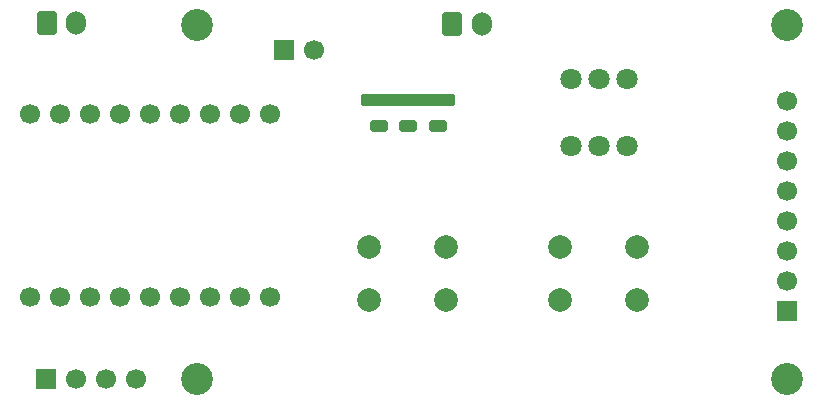
<source format=gbr>
%TF.GenerationSoftware,KiCad,Pcbnew,9.0.6*%
%TF.CreationDate,2026-01-23T02:05:32+03:00*%
%TF.ProjectId,control_panel,636f6e74-726f-46c5-9f70-616e656c2e6b,rev?*%
%TF.SameCoordinates,Original*%
%TF.FileFunction,Soldermask,Top*%
%TF.FilePolarity,Negative*%
%FSLAX46Y46*%
G04 Gerber Fmt 4.6, Leading zero omitted, Abs format (unit mm)*
G04 Created by KiCad (PCBNEW 9.0.6) date 2026-01-23 02:05:32*
%MOMM*%
%LPD*%
G01*
G04 APERTURE LIST*
G04 Aperture macros list*
%AMRoundRect*
0 Rectangle with rounded corners*
0 $1 Rounding radius*
0 $2 $3 $4 $5 $6 $7 $8 $9 X,Y pos of 4 corners*
0 Add a 4 corners polygon primitive as box body*
4,1,4,$2,$3,$4,$5,$6,$7,$8,$9,$2,$3,0*
0 Add four circle primitives for the rounded corners*
1,1,$1+$1,$2,$3*
1,1,$1+$1,$4,$5*
1,1,$1+$1,$6,$7*
1,1,$1+$1,$8,$9*
0 Add four rect primitives between the rounded corners*
20,1,$1+$1,$2,$3,$4,$5,0*
20,1,$1+$1,$4,$5,$6,$7,0*
20,1,$1+$1,$6,$7,$8,$9,0*
20,1,$1+$1,$8,$9,$2,$3,0*%
G04 Aperture macros list end*
%ADD10C,1.700000*%
%ADD11O,1.700000X2.000000*%
%ADD12RoundRect,0.250000X-0.600000X-0.750000X0.600000X-0.750000X0.600000X0.750000X-0.600000X0.750000X0*%
%ADD13RoundRect,0.150000X-0.600000X0.350000X-0.600000X-0.350000X0.600000X-0.350000X0.600000X0.350000X0*%
%ADD14RoundRect,0.150000X-3.850000X0.350000X-3.850000X-0.350000X3.850000X-0.350000X3.850000X0.350000X0*%
%ADD15C,2.700000*%
%ADD16C,2.000000*%
%ADD17C,1.800000*%
%ADD18R,1.700000X1.700000*%
G04 APERTURE END LIST*
D10*
%TO.C,ESPMC1*%
X51835000Y-76250000D03*
X54375000Y-76250000D03*
X54375000Y-60750000D03*
X59455000Y-60750000D03*
X61995000Y-60750000D03*
X64535000Y-60750000D03*
X67075000Y-60750000D03*
X69615000Y-60750000D03*
X72155000Y-60750000D03*
X72155000Y-76250000D03*
X69615000Y-76250000D03*
X51835000Y-60750000D03*
X67075000Y-76250000D03*
X64535000Y-76250000D03*
X56915000Y-60750000D03*
X61995000Y-76250000D03*
X59455000Y-76250000D03*
X56915000Y-76250000D03*
%TD*%
D11*
%TO.C,Inspection_Light1*%
X90100000Y-53125000D03*
D12*
X87600000Y-53125000D03*
%TD*%
D13*
%TO.C,SW_TWT_Start_Pause_Adjust1*%
X86400000Y-61775000D03*
X83900000Y-61775000D03*
X81400000Y-61775000D03*
D14*
X83900000Y-59525000D03*
%TD*%
D15*
%TO.C,REF\u002A\u002A*%
X66000000Y-83200000D03*
%TD*%
D16*
%TO.C,SW_RESERVED1*%
X103250000Y-76500000D03*
X96750000Y-76500000D03*
X103250000Y-72000000D03*
X96750000Y-72000000D03*
%TD*%
D17*
%TO.C,SW_Inspection_Light1*%
X97650000Y-63400000D03*
X100050000Y-63400000D03*
X102450000Y-63400000D03*
X102450000Y-57800000D03*
X100050000Y-57800000D03*
X97650000Y-57800000D03*
%TD*%
D15*
%TO.C,REF\u002A\u002A*%
X66000000Y-53200000D03*
%TD*%
%TO.C,REF\u002A\u002A*%
X116000000Y-83200000D03*
%TD*%
%TO.C,REF\u002A\u002A*%
X116000000Y-53200000D03*
%TD*%
D18*
%TO.C,Relay_2CH1*%
X53205000Y-83200000D03*
D10*
X55745000Y-83200000D03*
X58285000Y-83200000D03*
X60825000Y-83200000D03*
%TD*%
D16*
%TO.C,SW_Cancel_Reset1*%
X80600000Y-72000000D03*
X87100000Y-72000000D03*
X80600000Y-76500000D03*
X87100000Y-76500000D03*
%TD*%
D12*
%TO.C,5VGND1*%
X53300000Y-53050000D03*
D11*
X55800000Y-53050000D03*
%TD*%
D18*
%TO.C,ST7789_Socket1*%
X116000000Y-77400000D03*
D10*
X116000000Y-74860000D03*
X116000000Y-72320000D03*
X116000000Y-69780000D03*
X116000000Y-67240000D03*
X116000000Y-64700000D03*
X116000000Y-62160000D03*
X116000000Y-59620000D03*
%TD*%
D18*
%TO.C,Buzzer_Conn_01x02_1*%
X73385000Y-55350000D03*
D10*
X75925000Y-55350000D03*
%TD*%
M02*

</source>
